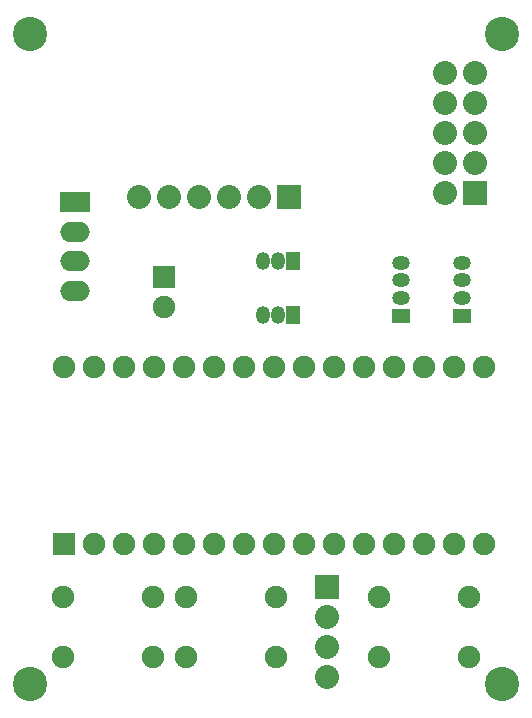
<source format=gbs>
G04 (created by PCBNEW-RS274X (2012-apr-16-27)-stable) date Mon 12 May 2014 12:41:31 BST*
G01*
G70*
G90*
%MOIN*%
G04 Gerber Fmt 3.4, Leading zero omitted, Abs format*
%FSLAX34Y34*%
G04 APERTURE LIST*
%ADD10C,0.006000*%
%ADD11C,0.075000*%
%ADD12R,0.080000X0.080000*%
%ADD13C,0.080000*%
%ADD14O,0.059400X0.047600*%
%ADD15R,0.059400X0.047600*%
%ADD16O,0.047600X0.059400*%
%ADD17R,0.047600X0.059400*%
%ADD18R,0.075000X0.075000*%
%ADD19C,0.114500*%
%ADD20O,0.098700X0.067200*%
%ADD21R,0.098800X0.067200*%
G04 APERTURE END LIST*
G54D10*
G54D11*
X73863Y-44276D03*
X73863Y-46276D03*
X70863Y-44276D03*
X70863Y-46276D03*
X67406Y-44276D03*
X67406Y-46276D03*
X64406Y-44276D03*
X64406Y-46276D03*
X63312Y-44276D03*
X63312Y-46276D03*
X60312Y-44276D03*
X60312Y-46276D03*
G54D12*
X69134Y-43933D03*
G54D13*
X69134Y-44933D03*
X69134Y-45933D03*
X69134Y-46933D03*
G54D12*
X67854Y-30945D03*
G54D13*
X66854Y-30945D03*
X65854Y-30945D03*
X64854Y-30945D03*
X63854Y-30945D03*
X62854Y-30945D03*
G54D14*
X71574Y-33130D03*
G54D15*
X71574Y-34902D03*
G54D14*
X71574Y-33721D03*
X71574Y-34311D03*
X71574Y-34311D03*
X71574Y-33721D03*
G54D15*
X71574Y-34902D03*
G54D14*
X71574Y-33130D03*
X73622Y-33130D03*
G54D15*
X73622Y-34902D03*
G54D14*
X73622Y-33721D03*
X73622Y-34311D03*
X73622Y-34311D03*
X73622Y-33721D03*
G54D15*
X73622Y-34902D03*
G54D14*
X73622Y-33130D03*
G54D16*
X67481Y-34882D03*
X66969Y-34882D03*
G54D17*
X67993Y-34882D03*
G54D16*
X67481Y-33071D03*
X66969Y-33071D03*
G54D17*
X67993Y-33071D03*
G54D18*
X63701Y-33594D03*
G54D11*
X63701Y-34594D03*
X74351Y-42500D03*
X73351Y-36594D03*
X72351Y-36594D03*
X71351Y-36594D03*
X70351Y-36594D03*
X69351Y-36594D03*
X68351Y-36594D03*
X67351Y-36594D03*
X66351Y-36594D03*
X65351Y-36594D03*
X64351Y-36594D03*
X63351Y-36594D03*
X62351Y-36594D03*
X61351Y-36594D03*
X60351Y-36594D03*
G54D18*
X60351Y-42500D03*
G54D11*
X61351Y-42500D03*
X62351Y-42500D03*
X63351Y-42500D03*
X64351Y-42500D03*
X65351Y-42500D03*
X66351Y-42500D03*
X67351Y-42500D03*
X68351Y-42500D03*
X69351Y-42500D03*
X70351Y-42500D03*
X71351Y-42500D03*
X72351Y-42500D03*
X73351Y-42500D03*
X74351Y-36594D03*
G54D12*
X74043Y-30819D03*
G54D13*
X73043Y-30819D03*
X74043Y-29819D03*
X73043Y-29819D03*
X74043Y-28819D03*
X73043Y-28819D03*
X74043Y-27819D03*
X73043Y-27819D03*
X74043Y-26819D03*
X73043Y-26819D03*
G54D19*
X74962Y-47165D03*
X59213Y-25512D03*
X74961Y-25512D03*
X59214Y-47165D03*
G54D20*
X60709Y-32106D03*
X60709Y-33090D03*
G54D21*
X60709Y-31122D03*
G54D20*
X60709Y-34074D03*
M02*

</source>
